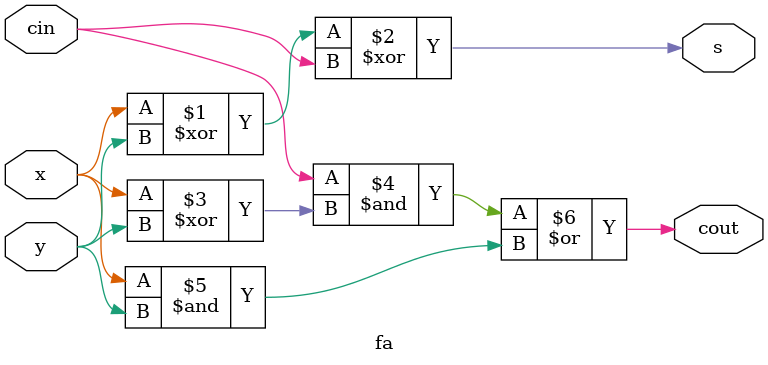
<source format=v>
`timescale 1ns / 1ps

module fa(
    input x, y, cin,
    output s, cout
    );

    assign s = (x^y)^cin;
    assign cout = (cin&(x^y))|(x&y);

endmodule
</source>
